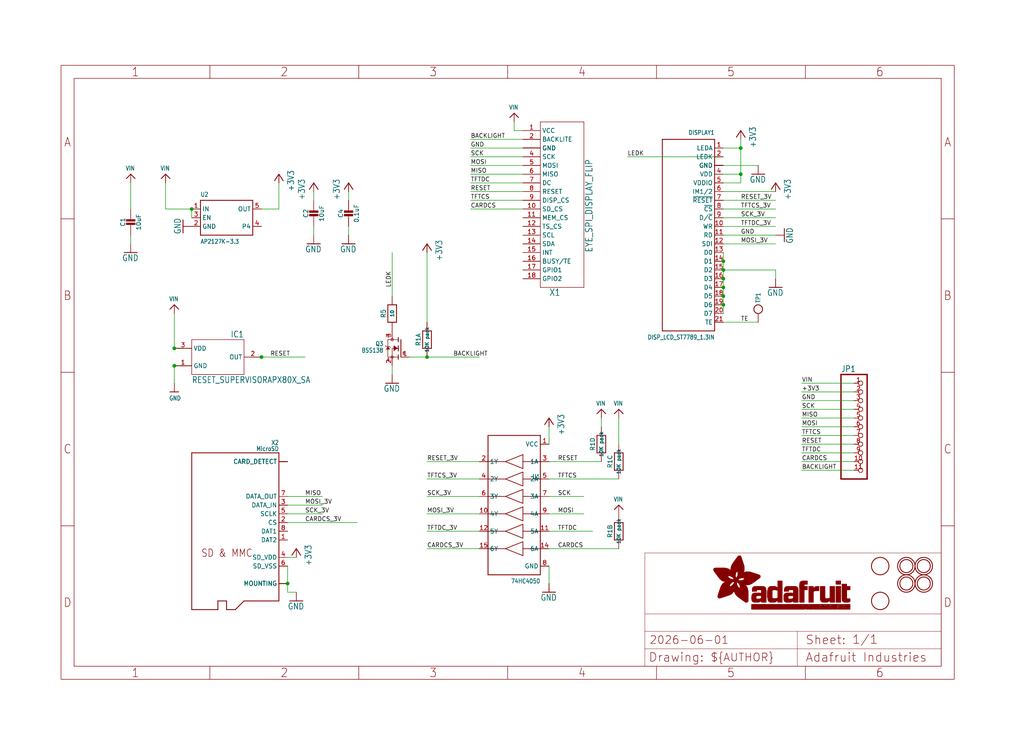
<source format=kicad_sch>
(kicad_sch (version 20230121) (generator eeschema)
  (paper "User" 298.45 217.322)
  (lib_symbols
    (symbol "working-eagle-import:+3V3" (power)
      (property "Value" "+3V3" (at -2.54 -5.08 90))
      (symbol "+3V3_1_0"
        (pin power_in line (at 0 -2.54 90) (length 2.54) (name "+3V3") (number "1"))
      )
    )
    (symbol "working-eagle-import:74HC4050DTSSOP"
      (property "Reference" "U" (at -7.62 22.86 0))
      (symbol "74HC4050DTSSOP_1_0"
        (pin bidirectional line (at -10.16 17.78 0) (length 2.54) (name "VCC") (number "1"))
        (pin bidirectional line (at 10.16 -2.54 180) (length 2.54) (name "4Y") (number "10"))
        (pin bidirectional line (at -10.16 -7.62 0) (length 2.54) (name "5A") (number "11"))
        (pin bidirectional line (at 10.16 -7.62 180) (length 2.54) (name "5Y") (number "12"))
        (pin bidirectional line (at -10.16 -12.7 0) (length 2.54) (name "6A") (number "14"))
        (pin bidirectional line (at 10.16 -12.7 180) (length 2.54) (name "6Y") (number "15"))
        (pin bidirectional line (at 10.16 12.7 180) (length 2.54) (name "1Y") (number "2"))
        (pin bidirectional line (at -10.16 12.7 0) (length 2.54) (name "1A") (number "3"))
        (pin bidirectional line (at 10.16 7.62 180) (length 2.54) (name "2Y") (number "4"))
        (pin bidirectional line (at -10.16 7.62 0) (length 2.54) (name "2A") (number "5"))
        (pin bidirectional line (at 10.16 2.54 180) (length 2.54) (name "3Y") (number "6"))
        (pin bidirectional line (at -10.16 2.54 0) (length 2.54) (name "3A") (number "7"))
        (pin bidirectional line (at -10.16 -17.78 0) (length 2.54) (name "GND") (number "8"))
        (pin bidirectional line (at -10.16 -2.54 0) (length 2.54) (name "4A") (number "9"))
      )
    )
    (symbol "working-eagle-import:CAP_CERAMIC0603_NO"
      (property "Reference" "C" (at -2.29 1.25 90))
      (symbol "CAP_CERAMIC0603_NO_1_0"
        (pin passive line (at 0 5.08 270) (length 2.54) (name "1") (number "1"))
        (pin passive line (at 0 -2.54 90) (length 2.54) (name "2") (number "2"))
      )
    )
    (symbol "working-eagle-import:CAP_CERAMIC0805-NOOUTLINE"
      (property "Reference" "C" (at -2.29 1.25 90))
      (symbol "CAP_CERAMIC0805-NOOUTLINE_1_0"
        (pin passive line (at 0 5.08 270) (length 2.54) (name "1") (number "1"))
        (pin passive line (at 0 -2.54 90) (length 2.54) (name "2") (number "2"))
      )
    )
    (symbol "working-eagle-import:DISP_LCD_ST7789_1.3IN"
      (property "Reference" "DISPLAY" (at -7.62 31.75 0))
      (symbol "DISP_LCD_ST7789_1.3IN_1_0"
        (pin input line (at -10.16 27.94 0) (length 2.54) (name "LEDA") (number "1"))
        (pin input line (at -10.16 5.08 0) (length 2.54) (name "WR") (number "10"))
        (pin input line (at -10.16 2.54 0) (length 2.54) (name "RD") (number "11"))
        (pin input line (at -10.16 0 0) (length 2.54) (name "SDI") (number "12"))
        (pin bidirectional line (at -10.16 -2.54 0) (length 2.54) (name "D0") (number "13"))
        (pin bidirectional line (at -10.16 -5.08 0) (length 2.54) (name "D1") (number "14"))
        (pin bidirectional line (at -10.16 -7.62 0) (length 2.54) (name "D2") (number "15"))
        (pin bidirectional line (at -10.16 -10.16 0) (length 2.54) (name "D3") (number "16"))
        (pin bidirectional line (at -10.16 -12.7 0) (length 2.54) (name "D4") (number "17"))
        (pin bidirectional line (at -10.16 -15.24 0) (length 2.54) (name "D5") (number "18"))
        (pin bidirectional line (at -10.16 -17.78 0) (length 2.54) (name "D6") (number "19"))
        (pin input line (at -10.16 25.4 0) (length 2.54) (name "LEDK") (number "2"))
        (pin bidirectional line (at -10.16 -20.32 0) (length 2.54) (name "D7") (number "20"))
        (pin output line (at -10.16 -22.86 0) (length 2.54) (name "TE") (number "21"))
        (pin power_in line (at -10.16 22.86 0) (length 2.54) (name "GND") (number "23"))
        (pin power_in line (at -10.16 22.86 0) (length 2.54) (name "GND") (number "24"))
        (pin power_in line (at -10.16 22.86 0) (length 2.54) (name "GND") (number "3"))
        (pin power_in line (at -10.16 20.32 0) (length 2.54) (name "VDD") (number "4"))
        (pin power_in line (at -10.16 17.78 0) (length 2.54) (name "VDDIO") (number "5"))
        (pin input line (at -10.16 15.24 0) (length 2.54) (name "IM1/2") (number "6"))
        (pin input line (at -10.16 12.7 0) (length 2.54) (name "~{RESET}") (number "7"))
        (pin input line (at -10.16 10.16 0) (length 2.54) (name "~{CS}") (number "8"))
        (pin input line (at -10.16 7.62 0) (length 2.54) (name "D/~{C}") (number "9"))
      )
    )
    (symbol "working-eagle-import:EYE_SPI_DISPLAY_FLIP"
      (property "Reference" "X" (at 2.54 -27.94 0))
      (symbol "EYE_SPI_DISPLAY_FLIP_1_0"
        (pin power_in line (at -5.08 20.32 0) (length 5.08) (name "VCC") (number "1"))
        (pin input line (at -5.08 -2.54 0) (length 5.08) (name "SD_CS") (number "10"))
        (pin input line (at -5.08 -5.08 0) (length 5.08) (name "MEM_CS") (number "11"))
        (pin input line (at -5.08 -7.62 0) (length 5.08) (name "TS_CS") (number "12"))
        (pin input line (at -5.08 -10.16 0) (length 5.08) (name "SCL") (number "13"))
        (pin bidirectional line (at -5.08 -12.7 0) (length 5.08) (name "SDA") (number "14"))
        (pin output line (at -5.08 -15.24 0) (length 5.08) (name "INT") (number "15"))
        (pin output line (at -5.08 -17.78 0) (length 5.08) (name "BUSY/TE") (number "16"))
        (pin passive line (at -5.08 -20.32 0) (length 5.08) (name "GPIO1") (number "17"))
        (pin passive line (at -5.08 -22.86 0) (length 5.08) (name "GPIO2") (number "18"))
        (pin input line (at -5.08 17.78 0) (length 5.08) (name "BACKLITE") (number "2"))
        (pin power_in line (at -5.08 15.24 0) (length 5.08) (name "GND") (number "3"))
        (pin input line (at -5.08 12.7 0) (length 5.08) (name "SCK") (number "4"))
        (pin input line (at -5.08 10.16 0) (length 5.08) (name "MOSI") (number "5"))
        (pin output line (at -5.08 7.62 0) (length 5.08) (name "MISO") (number "6"))
        (pin input line (at -5.08 5.08 0) (length 5.08) (name "DC") (number "7"))
        (pin input line (at -5.08 2.54 0) (length 5.08) (name "RESET") (number "8"))
        (pin input line (at -5.08 0 0) (length 5.08) (name "DISP_CS") (number "9"))
        (pin power_in line (at -5.08 15.24 0) (length 5.08) (name "GND") (number "SUPPORT1"))
        (pin power_in line (at -5.08 15.24 0) (length 5.08) (name "GND") (number "SUPPORT2"))
      )
    )
    (symbol "working-eagle-import:FIDUCIAL")
    (symbol "working-eagle-import:FRAME_A4_ADAFRUIT"
      (symbol "FRAME_A4_ADAFRUIT_1_0"
        (text "${#}/${##}" (at 230.505 10.16 0) (effects (font (size 2.54 2.54)) (justify left bottom)))
        (text "${AUTHOR}" (at 189.23 5.08 0) (effects (font (size 2.286 2.286)) (justify left bottom)))
        (text "${CURRENT_DATE}" (at 171.45 10.16 0) (effects (font (size 2.286 2.286)) (justify left bottom)))
        (text "${PROJECTNAME}" (at 171.45 15.24 0) (effects (font (size 2.54 2.54)) (justify left bottom)))
        (text "1" (at 21.6958 1.905 0) (effects (font (size 2.54 2.286))))
        (text "1" (at 21.6958 177.165 0) (effects (font (size 2.54 2.286))))
        (text "2" (at 65.0875 1.905 0) (effects (font (size 2.54 2.286))))
        (text "2" (at 65.0875 177.165 0) (effects (font (size 2.54 2.286))))
        (text "3" (at 108.4792 1.905 0) (effects (font (size 2.54 2.286))))
        (text "3" (at 108.4792 177.165 0) (effects (font (size 2.54 2.286))))
        (text "4" (at 151.8708 1.905 0) (effects (font (size 2.54 2.286))))
        (text "4" (at 151.8708 177.165 0) (effects (font (size 2.54 2.286))))
        (text "5" (at 195.2625 1.905 0) (effects (font (size 2.54 2.286))))
        (text "5" (at 195.2625 177.165 0) (effects (font (size 2.54 2.286))))
        (text "6" (at 238.6542 1.905 0) (effects (font (size 2.54 2.286))))
        (text "6" (at 238.6542 177.165 0) (effects (font (size 2.54 2.286))))
        (text "A" (at 1.905 156.6863 0) (effects (font (size 2.54 2.286))))
        (text "A" (at 258.445 156.6863 0) (effects (font (size 2.54 2.286))))
        (text "Adafruit Industries" (at 216.916 4.953 0) (effects (font (size 2.54 2.54)) (justify left bottom)))
        (text "B" (at 1.905 111.9188 0) (effects (font (size 2.54 2.286))))
        (text "B" (at 258.445 111.9188 0) (effects (font (size 2.54 2.286))))
        (text "C" (at 1.905 67.1513 0) (effects (font (size 2.54 2.286))))
        (text "C" (at 258.445 67.1513 0) (effects (font (size 2.54 2.286))))
        (text "D" (at 1.905 22.3838 0) (effects (font (size 2.54 2.286))))
        (text "D" (at 258.445 22.3838 0) (effects (font (size 2.54 2.286))))
        (text "Drawing:" (at 171.196 4.953 0) (effects (font (size 2.54 2.54)) (justify left bottom)))
        (text "Sheet:" (at 216.916 10.033 0) (effects (font (size 2.54 2.54)) (justify left bottom)))
      )
    )
    (symbol "working-eagle-import:GND" (power)
      (property "Value" "GND" (at -2.54 -2.54 0))
      (symbol "GND_1_0"
        (pin power_in line (at 0 2.54 270) (length 2.54) (name "GND") (number "1"))
      )
    )
    (symbol "working-eagle-import:HEADER-1X1176MIL"
      (property "Reference" "JP" (at -6.35 15.875 0))
      (symbol "HEADER-1X1176MIL_1_0"
        (pin passive inverted (at -2.54 12.7 0) (length 2.54) (name "1") (number "1"))
        (pin passive inverted (at -2.54 -10.16 0) (length 2.54) (name "10") (number "10"))
        (pin passive inverted (at -2.54 -12.7 0) (length 2.54) (name "11") (number "11"))
        (pin passive inverted (at -2.54 10.16 0) (length 2.54) (name "2") (number "2"))
        (pin passive inverted (at -2.54 7.62 0) (length 2.54) (name "3") (number "3"))
        (pin passive inverted (at -2.54 5.08 0) (length 2.54) (name "4") (number "4"))
        (pin passive inverted (at -2.54 2.54 0) (length 2.54) (name "5") (number "5"))
        (pin passive inverted (at -2.54 0 0) (length 2.54) (name "6") (number "6"))
        (pin passive inverted (at -2.54 -2.54 0) (length 2.54) (name "7") (number "7"))
        (pin passive inverted (at -2.54 -5.08 0) (length 2.54) (name "8") (number "8"))
        (pin passive inverted (at -2.54 -7.62 0) (length 2.54) (name "9") (number "9"))
      )
    )
    (symbol "working-eagle-import:MICROSD"
      (property "Reference" "X" (at -12.7 22.606 0))
      (symbol "MICROSD_1_0"
        (text "SD & MMC" (at -5.08 -10.16 0) (effects (font (size 2.1844 1.8567)) (justify left bottom)))
        (pin bidirectional line (at -15.24 -5.08 0) (length 2.54) (name "DAT2") (number "1"))
        (pin input line (at -15.24 0 0) (length 2.54) (name "CS") (number "2"))
        (pin input line (at -15.24 5.08 0) (length 2.54) (name "DATA_IN") (number "3"))
        (pin power_in line (at -15.24 -10.16 0) (length 2.54) (name "SD_VDD") (number "4"))
        (pin input line (at -15.24 2.54 0) (length 2.54) (name "SCLK") (number "5"))
        (pin power_in line (at -15.24 -12.7 0) (length 2.54) (name "SD_VSS") (number "6"))
        (pin output line (at -15.24 7.62 0) (length 2.54) (name "DATA_OUT") (number "7"))
        (pin bidirectional line (at -15.24 -2.54 0) (length 2.54) (name "DAT1") (number "8"))
        (pin passive line (at -15.24 17.78 0) (length 2.54) (name "CARD_DETECT") (number "CD1"))
        (pin passive line (at -15.24 17.78 0) (length 2.54) (name "CARD_DETECT") (number "CD2"))
        (pin passive line (at -15.24 -17.78 0) (length 2.54) (name "MOUNTING") (number "MT1"))
        (pin passive line (at -15.24 -17.78 0) (length 2.54) (name "MOUNTING") (number "MT2"))
      )
    )
    (symbol "working-eagle-import:MOSFET-NWIDE"
      (property "Reference" "Q" (at 5.08 0.635 0))
      (symbol "MOSFET-NWIDE_1_0"
        (text "D" (at 3.175 3.175 0) (effects (font (size 0.8128 0.6908)) (justify left bottom)))
        (text "G" (at -1.27 -1.905 0) (effects (font (size 0.8128 0.6908)) (justify left bottom)))
        (text "S" (at 3.175 -3.81 0) (effects (font (size 0.8128 0.6908)) (justify left bottom)))
        (pin bidirectional line (at -2.54 -2.54 0) (length 2.54) (name "G") (number "1"))
        (pin bidirectional line (at 2.54 -5.08 90) (length 2.54) (name "S") (number "2"))
        (pin bidirectional line (at 2.54 5.08 270) (length 2.54) (name "D") (number "3"))
      )
    )
    (symbol "working-eagle-import:MOUNTINGHOLE2.5")
    (symbol "working-eagle-import:RESET_SUPERVISORAPX80X_SA"
      (property "Reference" "IC" (at 7.62 7.62 0))
      (symbol "RESET_SUPERVISORAPX80X_SA_1_0"
        (pin power_in line (at -12.7 -2.54 0) (length 5.08) (name "GND") (number "1"))
        (pin output line (at 12.7 0 180) (length 5.08) (name "OUT") (number "2"))
        (pin power_in line (at -12.7 2.54 0) (length 5.08) (name "VDD") (number "3"))
      )
    )
    (symbol "working-eagle-import:RESISTOR_0603_NOOUT"
      (property "Reference" "R" (at 0 2.54 0))
      (symbol "RESISTOR_0603_NOOUT_1_0"
        (pin passive line (at -5.08 0 0) (length 2.54) (name "1") (number "1"))
        (pin passive line (at 5.08 0 180) (length 2.54) (name "2") (number "2"))
      )
    )
    (symbol "working-eagle-import:RESISTOR_4PACK"
      (property "Reference" "R" (at 0 2.54 0))
      (symbol "RESISTOR_4PACK_1_0"
        (pin passive line (at -5.08 0 0) (length 2.54) (name "1") (number "1"))
        (pin passive line (at 5.08 0 180) (length 2.54) (name "2") (number "8"))
      )
      (symbol "RESISTOR_4PACK_2_0"
        (pin passive line (at -5.08 0 0) (length 2.54) (name "1") (number "2"))
        (pin passive line (at 5.08 0 180) (length 2.54) (name "2") (number "7"))
      )
      (symbol "RESISTOR_4PACK_3_0"
        (pin passive line (at -5.08 0 0) (length 2.54) (name "1") (number "3"))
        (pin passive line (at 5.08 0 180) (length 2.54) (name "2") (number "6"))
      )
      (symbol "RESISTOR_4PACK_4_0"
        (pin passive line (at -5.08 0 0) (length 2.54) (name "1") (number "4"))
        (pin passive line (at 5.08 0 180) (length 2.54) (name "2") (number "5"))
      )
    )
    (symbol "working-eagle-import:TESTPOINTROUND1.5MM"
      (property "Reference" "TP" (at 0 5.588 90))
      (symbol "TESTPOINTROUND1.5MM_1_0"
        (pin bidirectional line (at 0 0 90) (length 2.54) (name "P$1") (number "P$1"))
      )
    )
    (symbol "working-eagle-import:VIN" (power)
      (property "Value" "VIN" (at -1.524 1.016 0))
      (symbol "VIN_1_0"
        (pin power_in line (at 0 -2.54 90) (length 2.54) (name "VIN") (number "1"))
      )
    )
    (symbol "working-eagle-import:VREG_SOT23-5"
      (property "Reference" "U" (at -7.62 6.096 0))
      (symbol "VREG_SOT23-5_1_0"
        (pin power_in line (at -10.16 2.54 0) (length 2.54) (name "IN") (number "1"))
        (pin power_in line (at -10.16 -2.54 0) (length 2.54) (name "GND") (number "2"))
        (pin input line (at -10.16 0 0) (length 2.54) (name "EN") (number "3"))
        (pin bidirectional line (at 10.16 -2.54 180) (length 2.54) (name "P4") (number "4"))
        (pin power_in line (at 10.16 2.54 180) (length 2.54) (name "OUT") (number "5"))
      )
    )
    (symbol "working-eagle-import:microbuilder_GND" (power)
      (property "Value" "microbuilder_GND" (at -1.524 -2.54 0))
      (symbol "microbuilder_GND_1_0"
        (pin power_in line (at 0 2.54 270) (length 2.54) (name "GND") (number "1"))
      )
    )
  )
  (junction (at 83.82 170.18))
  (junction (at 50.8 101.6))
  (junction (at 210.82 81.28))
  (junction (at 76.2 104.14))
  (junction (at 50.8 106.68))
  (junction (at 55.88 60.96))
  (junction (at 210.82 76.2))
  (junction (at 210.82 86.36))
  (junction (at 124.46 104.14))
  (junction (at 215.9 50.8))
  (junction (at 215.9 43.18))
  (junction (at 210.82 83.82))
  (junction (at 210.82 78.74))
  (junction (at 210.82 88.9))
  (wire (pts (xy 152.4 43.18) (xy 137.16 43.18)) (stroke (width 0.1524)))
  (wire (pts (xy 149.86 38.1) (xy 149.86 35.56)) (stroke (width 0.1524)))
  (wire (pts (xy 248.92 129.54) (xy 233.68 129.54)) (stroke (width 0.1524)))
  (wire (pts (xy 210.82 81.28) (xy 210.82 83.82)) (stroke (width 0.1524)))
  (wire (pts (xy 152.4 53.34) (xy 137.16 53.34)) (stroke (width 0.1524)))
  (wire (pts (xy 139.7 144.78) (xy 124.46 144.78)) (stroke (width 0.1524)))
  (wire (pts (xy 233.68 127) (xy 248.92 127)) (stroke (width 0.1524)))
  (wire (pts (xy 83.82 172.72) (xy 83.82 170.18)) (stroke (width 0.1524)))
  (wire (pts (xy 226.06 60.96) (xy 210.82 60.96)) (stroke (width 0.1524)))
  (wire (pts (xy 160.02 134.62) (xy 175.26 134.62)) (stroke (width 0.1524)))
  (wire (pts (xy 50.8 106.68) (xy 53.34 106.68)) (stroke (width 0.1524)))
  (wire (pts (xy 210.82 86.36) (xy 210.82 88.9)) (stroke (width 0.1524)))
  (wire (pts (xy 160.02 154.94) (xy 172.72 154.94)) (stroke (width 0.1524)))
  (wire (pts (xy 86.36 162.56) (xy 83.82 162.56)) (stroke (width 0.1524)))
  (wire (pts (xy 38.1 71.12) (xy 38.1 68.58)) (stroke (width 0.1524)))
  (wire (pts (xy 137.16 45.72) (xy 152.4 45.72)) (stroke (width 0.1524)))
  (wire (pts (xy 48.26 60.96) (xy 48.26 53.34)) (stroke (width 0.1524)))
  (wire (pts (xy 160.02 139.7) (xy 180.34 139.7)) (stroke (width 0.1524)))
  (wire (pts (xy 248.92 132.08) (xy 233.68 132.08)) (stroke (width 0.1524)))
  (wire (pts (xy 91.44 68.58) (xy 91.44 66.04)) (stroke (width 0.1524)))
  (wire (pts (xy 152.4 48.26) (xy 137.16 48.26)) (stroke (width 0.1524)))
  (wire (pts (xy 76.2 104.14) (xy 88.9 104.14)) (stroke (width 0.1524)))
  (wire (pts (xy 53.34 101.6) (xy 50.8 101.6)) (stroke (width 0.1524)))
  (wire (pts (xy 83.82 144.78) (xy 93.98 144.78)) (stroke (width 0.1524)))
  (wire (pts (xy 210.82 63.5) (xy 226.06 63.5)) (stroke (width 0.1524)))
  (wire (pts (xy 215.9 43.18) (xy 215.9 40.64)) (stroke (width 0.1524)))
  (wire (pts (xy 210.82 78.74) (xy 226.06 78.74)) (stroke (width 0.1524)))
  (wire (pts (xy 81.28 53.34) (xy 81.28 60.96)) (stroke (width 0.1524)))
  (wire (pts (xy 160.02 170.18) (xy 160.02 165.1)) (stroke (width 0.1524)))
  (wire (pts (xy 210.82 53.34) (xy 215.9 53.34)) (stroke (width 0.1524)))
  (wire (pts (xy 81.28 60.96) (xy 76.2 60.96)) (stroke (width 0.1524)))
  (wire (pts (xy 93.98 147.32) (xy 83.82 147.32)) (stroke (width 0.1524)))
  (wire (pts (xy 55.88 63.5) (xy 55.88 60.96)) (stroke (width 0.1524)))
  (wire (pts (xy 248.92 137.16) (xy 233.68 137.16)) (stroke (width 0.1524)))
  (wire (pts (xy 210.82 48.26) (xy 220.98 48.26)) (stroke (width 0.1524)))
  (wire (pts (xy 124.46 73.66) (xy 124.46 93.98)) (stroke (width 0.1524)))
  (wire (pts (xy 73.66 104.14) (xy 76.2 104.14)) (stroke (width 0.1524)))
  (wire (pts (xy 210.82 76.2) (xy 210.82 78.74)) (stroke (width 0.1524)))
  (wire (pts (xy 139.7 149.86) (xy 124.46 149.86)) (stroke (width 0.1524)))
  (wire (pts (xy 210.82 58.42) (xy 226.06 58.42)) (stroke (width 0.1524)))
  (wire (pts (xy 248.92 111.76) (xy 233.68 111.76)) (stroke (width 0.1524)))
  (wire (pts (xy 233.68 114.3) (xy 248.92 114.3)) (stroke (width 0.1524)))
  (wire (pts (xy 50.8 91.44) (xy 50.8 101.6)) (stroke (width 0.1524)))
  (wire (pts (xy 137.16 50.8) (xy 152.4 50.8)) (stroke (width 0.1524)))
  (wire (pts (xy 50.8 111.76) (xy 50.8 106.68)) (stroke (width 0.1524)))
  (wire (pts (xy 137.16 55.88) (xy 152.4 55.88)) (stroke (width 0.1524)))
  (wire (pts (xy 210.82 43.18) (xy 215.9 43.18)) (stroke (width 0.1524)))
  (wire (pts (xy 210.82 73.66) (xy 210.82 76.2)) (stroke (width 0.1524)))
  (wire (pts (xy 210.82 55.88) (xy 226.06 55.88)) (stroke (width 0.1524)))
  (wire (pts (xy 160.02 149.86) (xy 170.18 149.86)) (stroke (width 0.1524)))
  (wire (pts (xy 48.26 60.96) (xy 55.88 60.96)) (stroke (width 0.1524)))
  (wire (pts (xy 210.82 50.8) (xy 215.9 50.8)) (stroke (width 0.1524)))
  (wire (pts (xy 119.38 104.14) (xy 124.46 104.14)) (stroke (width 0.1524)))
  (wire (pts (xy 210.82 45.72) (xy 182.88 45.72)) (stroke (width 0.1524)))
  (wire (pts (xy 93.98 149.86) (xy 83.82 149.86)) (stroke (width 0.1524)))
  (wire (pts (xy 210.82 68.58) (xy 226.06 68.58)) (stroke (width 0.1524)))
  (wire (pts (xy 114.3 86.36) (xy 114.3 73.66)) (stroke (width 0.1524)))
  (wire (pts (xy 215.9 50.8) (xy 215.9 43.18)) (stroke (width 0.1524)))
  (wire (pts (xy 104.14 152.4) (xy 83.82 152.4)) (stroke (width 0.1524)))
  (wire (pts (xy 91.44 55.88) (xy 91.44 58.42)) (stroke (width 0.1524)))
  (wire (pts (xy 139.7 160.02) (xy 124.46 160.02)) (stroke (width 0.1524)))
  (wire (pts (xy 210.82 83.82) (xy 210.82 86.36)) (stroke (width 0.1524)))
  (wire (pts (xy 83.82 172.72) (xy 86.36 172.72)) (stroke (width 0.1524)))
  (wire (pts (xy 175.26 124.46) (xy 175.26 121.92)) (stroke (width 0.1524)))
  (wire (pts (xy 170.18 144.78) (xy 160.02 144.78)) (stroke (width 0.1524)))
  (wire (pts (xy 180.34 121.92) (xy 180.34 129.54)) (stroke (width 0.1524)))
  (wire (pts (xy 152.4 40.64) (xy 137.16 40.64)) (stroke (width 0.1524)))
  (wire (pts (xy 139.7 134.62) (xy 124.46 134.62)) (stroke (width 0.1524)))
  (wire (pts (xy 248.92 124.46) (xy 233.68 124.46)) (stroke (width 0.1524)))
  (wire (pts (xy 248.92 119.38) (xy 233.68 119.38)) (stroke (width 0.1524)))
  (wire (pts (xy 226.06 66.04) (xy 210.82 66.04)) (stroke (width 0.1524)))
  (wire (pts (xy 226.06 71.12) (xy 210.82 71.12)) (stroke (width 0.1524)))
  (wire (pts (xy 248.92 134.62) (xy 233.68 134.62)) (stroke (width 0.1524)))
  (wire (pts (xy 139.7 154.94) (xy 124.46 154.94)) (stroke (width 0.1524)))
  (wire (pts (xy 101.6 68.58) (xy 101.6 66.04)) (stroke (width 0.1524)))
  (wire (pts (xy 160.02 160.02) (xy 180.34 160.02)) (stroke (width 0.1524)))
  (wire (pts (xy 152.4 38.1) (xy 149.86 38.1)) (stroke (width 0.1524)))
  (wire (pts (xy 210.82 88.9) (xy 210.82 91.44)) (stroke (width 0.1524)))
  (wire (pts (xy 137.16 60.96) (xy 152.4 60.96)) (stroke (width 0.1524)))
  (wire (pts (xy 210.82 93.98) (xy 220.98 93.98)) (stroke (width 0.1524)))
  (wire (pts (xy 38.1 53.34) (xy 38.1 60.96)) (stroke (width 0.1524)))
  (wire (pts (xy 152.4 58.42) (xy 137.16 58.42)) (stroke (width 0.1524)))
  (wire (pts (xy 83.82 165.1) (xy 83.82 170.18)) (stroke (width 0.1524)))
  (wire (pts (xy 114.3 109.22) (xy 114.3 106.68)) (stroke (width 0.1524)))
  (wire (pts (xy 210.82 78.74) (xy 210.82 81.28)) (stroke (width 0.1524)))
  (wire (pts (xy 124.46 104.14) (xy 139.7 104.14)) (stroke (width 0.1524)))
  (wire (pts (xy 248.92 116.84) (xy 233.68 116.84)) (stroke (width 0.1524)))
  (wire (pts (xy 160.02 124.46) (xy 160.02 129.54)) (stroke (width 0.1524)))
  (wire (pts (xy 101.6 55.88) (xy 101.6 58.42)) (stroke (width 0.1524)))
  (wire (pts (xy 233.68 121.92) (xy 248.92 121.92)) (stroke (width 0.1524)))
  (wire (pts (xy 139.7 139.7) (xy 124.46 139.7)) (stroke (width 0.1524)))
  (wire (pts (xy 226.06 78.74) (xy 226.06 81.28)) (stroke (width 0.1524)))
  (wire (pts (xy 215.9 53.34) (xy 215.9 50.8)) (stroke (width 0.1524)))
  (label "SCK_3V" (at 88.9 149.86 0) (effects (font (size 1.2446 1.2446))))
  (label "SCK_3V" (at 215.9 63.5 0) (effects (font (size 1.2446 1.2446))))
  (label "MISO" (at 137.16 50.8 0) (effects (font (size 1.2446 1.2446))))
  (label "TFTDC_3V" (at 124.46 154.94 0) (effects (font (size 1.2446 1.2446))))
  (label "BACKLIGHT" (at 137.16 40.64 0) (effects (font (size 1.2446 1.2446))))
  (label "CARDCS_3V" (at 124.46 160.02 0) (effects (font (size 1.2446 1.2446))))
  (label "MOSI_3V" (at 124.46 149.86 0) (effects (font (size 1.2446 1.2446))))
  (label "LEDK" (at 182.88 45.72 0) (effects (font (size 1.2446 1.2446))))
  (label "RESET" (at 137.16 55.88 0) (effects (font (size 1.2446 1.2446))))
  (label "RESET" (at 233.68 129.54 0) (effects (font (size 1.2446 1.2446))))
  (label "MOSI_3V" (at 88.9 147.32 0) (effects (font (size 1.2446 1.2446))))
  (label "RESET" (at 162.56 134.62 0) (effects (font (size 1.2446 1.2446))))
  (label "MOSI_3V" (at 215.9 71.12 0) (effects (font (size 1.2446 1.2446))))
  (label "TFTCS_3V" (at 124.46 139.7 0) (effects (font (size 1.2446 1.2446))))
  (label "TE" (at 215.9 93.98 0) (effects (font (size 1.2446 1.2446))))
  (label "+3V3" (at 233.68 114.3 0) (effects (font (size 1.2446 1.2446))))
  (label "CARDCS" (at 162.56 160.02 0) (effects (font (size 1.2446 1.2446))))
  (label "CARDCS" (at 233.68 134.62 0) (effects (font (size 1.2446 1.2446))))
  (label "SCK_3V" (at 124.46 144.78 0) (effects (font (size 1.2446 1.2446))))
  (label "RESET_3V" (at 215.9 58.42 0) (effects (font (size 1.2446 1.2446))))
  (label "VIN" (at 233.68 111.76 0) (effects (font (size 1.2446 1.2446))))
  (label "BACKLIGHT" (at 132.08 104.14 0) (effects (font (size 1.2446 1.2446))))
  (label "MOSI" (at 137.16 48.26 0) (effects (font (size 1.2446 1.2446))))
  (label "CARDCS" (at 137.16 60.96 0) (effects (font (size 1.2446 1.2446))))
  (label "TFTCS" (at 137.16 58.42 0) (effects (font (size 1.2446 1.2446))))
  (label "TFTDC_3V" (at 215.9 66.04 0) (effects (font (size 1.2446 1.2446))))
  (label "LEDK" (at 114.3 83.82 90) (effects (font (size 1.2446 1.2446))))
  (label "SCK" (at 137.16 45.72 0) (effects (font (size 1.2446 1.2446))))
  (label "MOSI" (at 162.56 149.86 0) (effects (font (size 1.2446 1.2446))))
  (label "GND" (at 233.68 116.84 0) (effects (font (size 1.2446 1.2446))))
  (label "SCK" (at 233.68 119.38 0) (effects (font (size 1.2446 1.2446))))
  (label "SCK" (at 162.56 144.78 0) (effects (font (size 1.2446 1.2446))))
  (label "TFTDC" (at 162.56 154.94 0) (effects (font (size 1.2446 1.2446))))
  (label "MISO" (at 88.9 144.78 0) (effects (font (size 1.2446 1.2446))))
  (label "TFTCS_3V" (at 215.9 60.96 0) (effects (font (size 1.2446 1.2446))))
  (label "CARDCS_3V" (at 88.9 152.4 0) (effects (font (size 1.2446 1.2446))))
  (label "GND" (at 215.9 68.58 0) (effects (font (size 1.2446 1.2446))))
  (label "RESET" (at 78.74 104.14 0) (effects (font (size 1.2446 1.2446))))
  (label "RESET_3V" (at 124.46 134.62 0) (effects (font (size 1.2446 1.2446))))
  (label "TFTDC" (at 233.68 132.08 0) (effects (font (size 1.2446 1.2446))))
  (label "BACKLIGHT" (at 233.68 137.16 0) (effects (font (size 1.2446 1.2446))))
  (label "TFTCS" (at 233.68 127 0) (effects (font (size 1.2446 1.2446))))
  (label "TFTDC" (at 137.16 53.34 0) (effects (font (size 1.2446 1.2446))))
  (label "MOSI" (at 233.68 124.46 0) (effects (font (size 1.2446 1.2446))))
  (label "TFTCS" (at 162.56 139.7 0) (effects (font (size 1.2446 1.2446))))
  (label "GND" (at 137.16 43.18 0) (effects (font (size 1.2446 1.2446))))
  (label "MISO" (at 233.68 121.92 0) (effects (font (size 1.2446 1.2446))))
  (symbol (lib_id "working-eagle-import:VIN") (at 175.26 119.38 0) (unit 1)
    (property "Reference" "#U$14" (effects hide))
    (property "Value" "VIN" (at 173.736 118.364 0) (effects (font (size 1.27 1.0795)) (justify left bottom)))
  )
  (symbol (lib_id "working-eagle-import:GND") (at 114.3 111.76 0) (unit 1)
    (property "Reference" "#GND5" (effects hide))
    (property "Value" "GND" (at 111.76 114.3 0) (effects (font (size 1.778 1.5113)) (justify left bottom)))
  )
  (symbol (lib_id "working-eagle-import:FIDUCIAL") (at 256.54 175.26 0) (unit 1)
    (property "Reference" "U$5" (effects hide))
    (property "Value" "FIDUCIAL" (effects hide))
    (property "Footprint" "working:FIDUCIAL_1MM" (effects hide))
  )
  (symbol (lib_id "working-eagle-import:+3V3") (at 101.6 53.34 0) (unit 1)
    (property "Reference" "#+3V8" (effects hide))
    (property "Value" "+3V3" (at 99.06 58.42 90) (effects (font (size 1.778 1.5113)) (justify left bottom)))
  )
  (symbol (lib_id "working-eagle-import:+3V3") (at 91.44 53.34 0) (unit 1)
    (property "Reference" "#+3V6" (effects hide))
    (property "Value" "+3V3" (at 88.9 58.42 90) (effects (font (size 1.778 1.5113)) (justify left bottom)))
  )
  (symbol (lib_id "working-eagle-import:RESISTOR_4PACK") (at 180.34 134.62 90) (unit 3)
    (property "Reference" "R1" (at 177.8 134.62 0))
    (property "Value" "10K pack" (at 180.34 134.62 0) (effects (font (size 1.016 1.016) bold)))
    (property "Footprint" "working:RESPACK_4X0603" (effects hide))
  )
  (symbol (lib_id "working-eagle-import:+3V3") (at 81.28 50.8 0) (mirror y) (unit 1)
    (property "Reference" "#+3V2" (effects hide))
    (property "Value" "+3V3" (at 83.82 55.88 90) (effects (font (size 1.778 1.5113)) (justify left bottom)))
  )
  (symbol (lib_id "working-eagle-import:FIDUCIAL") (at 256.54 165.1 0) (unit 1)
    (property "Reference" "U$4" (effects hide))
    (property "Value" "FIDUCIAL" (effects hide))
    (property "Footprint" "working:FIDUCIAL_1MM" (effects hide))
  )
  (symbol (lib_id "working-eagle-import:GND") (at 220.98 50.8 0) (unit 1)
    (property "Reference" "#GND3" (effects hide))
    (property "Value" "GND" (at 218.44 53.34 0) (effects (font (size 1.778 1.5113)) (justify left bottom)))
  )
  (symbol (lib_id "working-eagle-import:RESISTOR_4PACK") (at 180.34 154.94 90) (unit 2)
    (property "Reference" "R1" (at 177.8 154.94 0))
    (property "Value" "10K pack" (at 180.34 154.94 0) (effects (font (size 1.016 1.016) bold)))
    (property "Footprint" "working:RESPACK_4X0603" (effects hide))
  )
  (symbol (lib_id "working-eagle-import:+3V3") (at 86.36 160.02 0) (mirror y) (unit 1)
    (property "Reference" "#+3V4" (effects hide))
    (property "Value" "+3V3" (at 88.9 165.1 90) (effects (font (size 1.778 1.5113)) (justify left bottom)))
  )
  (symbol (lib_id "working-eagle-import:RESISTOR_0603_NOOUT") (at 114.3 91.44 90) (unit 1)
    (property "Reference" "R5" (at 111.76 91.44 0))
    (property "Value" "10" (at 114.3 91.44 0) (effects (font (size 1.016 1.016) bold)))
    (property "Footprint" "working:0603-NO" (effects hide))
  )
  (symbol (lib_id "working-eagle-import:VIN") (at 38.1 50.8 0) (unit 1)
    (property "Reference" "#U$1" (effects hide))
    (property "Value" "VIN" (at 36.576 49.784 0) (effects (font (size 1.27 1.0795)) (justify left bottom)))
  )
  (symbol (lib_id "working-eagle-import:MOSFET-NWIDE") (at 116.84 101.6 0) (mirror y) (unit 1)
    (property "Reference" "Q3" (at 111.76 100.965 0) (effects (font (size 1.27 1.0795)) (justify left bottom)))
    (property "Value" "BSS138" (at 111.76 102.87 0) (effects (font (size 1.27 1.0795)) (justify left bottom)))
    (property "Footprint" "working:SOT23-WIDE" (effects hide))
  )
  (symbol (lib_id "working-eagle-import:RESISTOR_4PACK") (at 124.46 99.06 90) (unit 1)
    (property "Reference" "R1" (at 121.92 99.06 0))
    (property "Value" "10K pack" (at 124.46 99.06 0) (effects (font (size 1.016 1.016) bold)))
    (property "Footprint" "working:RESPACK_4X0603" (effects hide))
  )
  (symbol (lib_id "working-eagle-import:GND") (at 91.44 71.12 0) (unit 1)
    (property "Reference" "#GND11" (effects hide))
    (property "Value" "GND" (at 88.9 73.66 0) (effects (font (size 1.778 1.5113)) (justify left bottom)))
  )
  (symbol (lib_id "working-eagle-import:MOUNTINGHOLE2.5") (at 264.16 165.1 0) (unit 1)
    (property "Reference" "U$7" (effects hide))
    (property "Value" "MOUNTINGHOLE2.5" (effects hide))
    (property "Footprint" "working:MOUNTINGHOLE_2.5_PLATED" (effects hide))
  )
  (symbol (lib_id "working-eagle-import:GND") (at 160.02 172.72 0) (unit 1)
    (property "Reference" "#GND2" (effects hide))
    (property "Value" "GND" (at 157.48 175.26 0) (effects (font (size 1.778 1.5113)) (justify left bottom)))
  )
  (symbol (lib_id "working-eagle-import:GND") (at 38.1 73.66 0) (unit 1)
    (property "Reference" "#GND12" (effects hide))
    (property "Value" "GND" (at 35.56 76.2 0) (effects (font (size 1.778 1.5113)) (justify left bottom)))
  )
  (symbol (lib_id "working-eagle-import:+3V3") (at 160.02 121.92 0) (mirror y) (unit 1)
    (property "Reference" "#+3V3" (effects hide))
    (property "Value" "+3V3" (at 162.56 127 90) (effects (font (size 1.778 1.5113)) (justify left bottom)))
  )
  (symbol (lib_id "working-eagle-import:VIN") (at 50.8 88.9 0) (unit 1)
    (property "Reference" "#U$17" (effects hide))
    (property "Value" "VIN" (at 49.276 87.884 0) (effects (font (size 1.27 1.0795)) (justify left bottom)))
  )
  (symbol (lib_id "working-eagle-import:MOUNTINGHOLE2.5") (at 269.24 170.18 0) (unit 1)
    (property "Reference" "U$9" (effects hide))
    (property "Value" "MOUNTINGHOLE2.5" (effects hide))
    (property "Footprint" "working:MOUNTINGHOLE_2.5_PLATED" (effects hide))
  )
  (symbol (lib_id "working-eagle-import:GND") (at 101.6 71.12 0) (unit 1)
    (property "Reference" "#GND13" (effects hide))
    (property "Value" "GND" (at 99.06 73.66 0) (effects (font (size 1.778 1.5113)) (justify left bottom)))
  )
  (symbol (lib_id "working-eagle-import:GND") (at 86.36 175.26 0) (unit 1)
    (property "Reference" "#GND1" (effects hide))
    (property "Value" "GND" (at 83.82 177.8 0) (effects (font (size 1.778 1.5113)) (justify left bottom)))
  )
  (symbol (lib_id "working-eagle-import:DISP_LCD_ST7789_1.3IN") (at 200.66 71.12 0) (mirror y) (unit 1)
    (property "Reference" "DISPLAY1" (at 208.28 39.37 0) (effects (font (size 1.27 1.0795)) (justify left bottom)))
    (property "Value" "DISP_LCD_ST7789_1.3IN" (at 208.28 99.06 0) (effects (font (size 1.27 1.0795)) (justify left bottom)))
    (property "Footprint" "working:TFT_1.3IN_240X240_24P" (effects hide))
  )
  (symbol (lib_id "working-eagle-import:74HC4050DTSSOP") (at 149.86 147.32 0) (mirror y) (unit 1)
    (property "Reference" "U1" (at 157.48 139.7 0) (effects (font (size 1.27 1.0795)) (justify left bottom)))
    (property "Value" "74HC4050" (at 157.48 170.18 0) (effects (font (size 1.27 1.0795)) (justify left bottom)))
    (property "Footprint" "working:TSSOP16" (effects hide))
  )
  (symbol (lib_id "working-eagle-import:VIN") (at 180.34 147.32 0) (unit 1)
    (property "Reference" "#U$13" (effects hide))
    (property "Value" "VIN" (at 178.816 146.304 0) (effects (font (size 1.27 1.0795)) (justify left bottom)))
  )
  (symbol (lib_id "working-eagle-import:microbuilder_GND") (at 50.8 114.3 0) (unit 1)
    (property "Reference" "#U$11" (effects hide))
    (property "Value" "GND" (at 49.276 116.84 0) (effects (font (size 1.27 1.0795)) (justify left bottom)))
  )
  (symbol (lib_id "working-eagle-import:CAP_CERAMIC0603_NO") (at 101.6 63.5 0) (unit 1)
    (property "Reference" "C4" (at 99.31 62.25 90))
    (property "Value" "0.1uF" (at 103.9 62.25 90))
    (property "Footprint" "working:0603-NO" (effects hide))
  )
  (symbol (lib_id "working-eagle-import:+3V3") (at 226.06 53.34 0) (mirror y) (unit 1)
    (property "Reference" "#+3V5" (effects hide))
    (property "Value" "+3V3" (at 228.6 58.42 90) (effects (font (size 1.778 1.5113)) (justify left bottom)))
  )
  (symbol (lib_id "working-eagle-import:FRAME_A4_ADAFRUIT") (at 17.78 198.12 0) (unit 1)
    (property "Reference" "#U$15" (effects hide))
    (property "Value" "FRAME_A4_ADAFRUIT" (effects hide))
  )
  (symbol (lib_id "working-eagle-import:TESTPOINTROUND1.5MM") (at 220.98 93.98 0) (unit 1)
    (property "Reference" "TP1" (at 220.98 88.392 90) (effects (font (size 1.27 1.0795)) (justify left)))
    (property "Value" "TESTPOINTROUND1.5MM" (effects hide))
    (property "Footprint" "working:TESTPOINT_ROUND_1.5MM" (effects hide))
  )
  (symbol (lib_id "working-eagle-import:+3V3") (at 124.46 71.12 0) (mirror y) (unit 1)
    (property "Reference" "#+3V9" (effects hide))
    (property "Value" "+3V3" (at 127 76.2 90) (effects (font (size 1.778 1.5113)) (justify left bottom)))
  )
  (symbol (lib_id "working-eagle-import:VIN") (at 149.86 33.02 0) (unit 1)
    (property "Reference" "#U$25" (effects hide))
    (property "Value" "VIN" (at 148.336 32.004 0) (effects (font (size 1.27 1.0795)) (justify left bottom)))
  )
  (symbol (lib_id "working-eagle-import:EYE_SPI_DISPLAY_FLIP") (at 157.48 58.42 0) (unit 1)
    (property "Reference" "X1" (at 160.02 86.36 0) (effects (font (size 1.9304 1.6408)) (justify left bottom)))
    (property "Value" "EYE_SPI_DISPLAY_FLIP" (at 172.72 73.66 90) (effects (font (size 1.9304 1.6408)) (justify left bottom)))
    (property "Footprint" "working:EYE_SPI_DISPLAY_BOTCONTACT" (effects hide))
  )
  (symbol (lib_id "working-eagle-import:RESET_SUPERVISORAPX80X_SA") (at 63.5 104.14 0) (unit 1)
    (property "Reference" "IC1" (at 71.12 96.52 0) (effects (font (size 1.778 1.5113)) (justify right top)))
    (property "Value" "RESET_SUPERVISORAPX80X_SA" (at 55.88 111.76 0) (effects (font (size 1.778 1.5113)) (justify left bottom)))
    (property "Footprint" "working:SOT23-WIDE" (effects hide))
  )
  (symbol (lib_id "working-eagle-import:GND") (at 226.06 83.82 0) (unit 1)
    (property "Reference" "#GND4" (effects hide))
    (property "Value" "GND" (at 223.52 86.36 0) (effects (font (size 1.778 1.5113)) (justify left bottom)))
  )
  (symbol (lib_id "working-eagle-import:RESISTOR_4PACK") (at 175.26 129.54 90) (unit 4)
    (property "Reference" "R1" (at 172.72 129.54 0))
    (property "Value" "10K pack" (at 175.26 129.54 0) (effects (font (size 1.016 1.016) bold)))
    (property "Footprint" "working:RESPACK_4X0603" (effects hide))
  )
  (symbol (lib_id "working-eagle-import:GND") (at 53.34 66.04 270) (unit 1)
    (property "Reference" "#GND9" (effects hide))
    (property "Value" "GND" (at 50.8 63.5 0) (effects (font (size 1.778 1.5113)) (justify left bottom)))
  )
  (symbol (lib_id "working-eagle-import:HEADER-1X1176MIL") (at 251.46 124.46 0) (unit 1)
    (property "Reference" "JP1" (at 245.11 108.585 0) (effects (font (size 1.778 1.5113)) (justify left bottom)))
    (property "Value" "HEADER-1X1176MIL" (effects hide))
    (property "Footprint" "working:1X11_ROUND_76" (effects hide))
  )
  (symbol (lib_id "working-eagle-import:MICROSD") (at 68.58 152.4 0) (mirror y) (unit 1)
    (property "Reference" "X2" (at 81.28 129.794 0) (effects (font (size 1.27 1.0795)) (justify left bottom)))
    (property "Value" "MicroSD" (at 81.28 131.572 0) (effects (font (size 1.27 1.0795)) (justify left bottom)))
    (property "Footprint" "working:MICROSD" (effects hide))
  )
  (symbol (lib_id "working-eagle-import:VREG_SOT23-5") (at 66.04 63.5 0) (unit 1)
    (property "Reference" "U2" (at 58.42 57.404 0) (effects (font (size 1.27 1.0795)) (justify left bottom)))
    (property "Value" "AP2127K-3.3" (at 58.42 71.12 0) (effects (font (size 1.27 1.0795)) (justify left bottom)))
    (property "Footprint" "working:SOT23-5" (effects hide))
  )
  (symbol (lib_id "working-eagle-import:VIN") (at 48.26 50.8 0) (unit 1)
    (property "Reference" "#U$6" (effects hide))
    (property "Value" "VIN" (at 46.736 49.784 0) (effects (font (size 1.27 1.0795)) (justify left bottom)))
  )
  (symbol (lib_id "working-eagle-import:GND") (at 228.6 68.58 90) (unit 1)
    (property "Reference" "#GND6" (effects hide))
    (property "Value" "GND" (at 231.14 71.12 0) (effects (font (size 1.778 1.5113)) (justify left bottom)))
  )
  (symbol (lib_id "working-eagle-import:VIN") (at 180.34 119.38 0) (unit 1)
    (property "Reference" "#U$12" (effects hide))
    (property "Value" "VIN" (at 178.816 118.364 0) (effects (font (size 1.27 1.0795)) (justify left bottom)))
  )
  (symbol (lib_id "working-eagle-import:CAP_CERAMIC0805-NOOUTLINE") (at 38.1 66.04 0) (unit 1)
    (property "Reference" "C1" (at 35.81 64.79 90))
    (property "Value" "10uF" (at 40.4 64.79 90))
    (property "Footprint" "working:0805-NO" (effects hide))
  )
  (symbol (lib_id "working-eagle-import:CAP_CERAMIC0805-NOOUTLINE") (at 91.44 63.5 0) (unit 1)
    (property "Reference" "C2" (at 89.15 62.25 90))
    (property "Value" "10uF" (at 93.74 62.25 90))
    (property "Footprint" "working:0805-NO" (effects hide))
  )
  (symbol (lib_id "working-eagle-import:MOUNTINGHOLE2.5") (at 269.24 165.1 0) (unit 1)
    (property "Reference" "U$8" (effects hide))
    (property "Value" "MOUNTINGHOLE2.5" (effects hide))
    (property "Footprint" "working:MOUNTINGHOLE_2.5_PLATED" (effects hide))
  )
  (symbol (lib_id "working-eagle-import:+3V3") (at 215.9 38.1 0) (mirror y) (unit 1)
    (property "Reference" "#+3V7" (effects hide))
    (property "Value" "+3V3" (at 218.44 43.18 90) (effects (font (size 1.778 1.5113)) (justify left bottom)))
  )
  (symbol (lib_id "working-eagle-import:MOUNTINGHOLE2.5") (at 264.16 170.18 0) (unit 1)
    (property "Reference" "U$10" (effects hide))
    (property "Value" "MOUNTINGHOLE2.5" (effects hide))
    (property "Footprint" "working:MOUNTINGHOLE_2.5_PLATED" (effects hide))
  )
)
</source>
